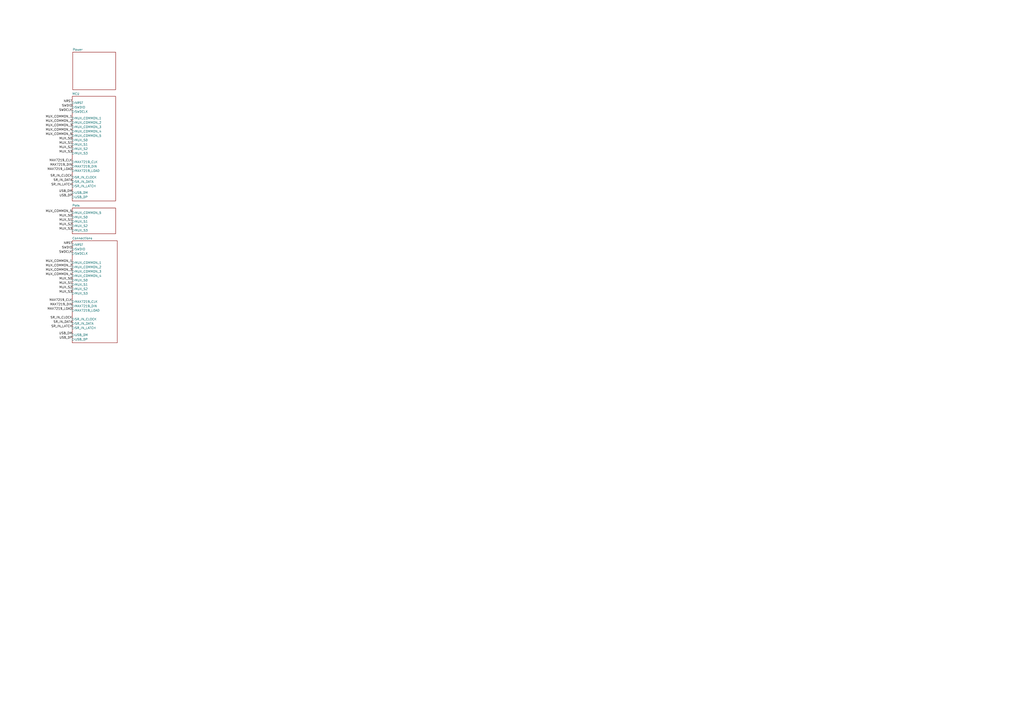
<source format=kicad_sch>
(kicad_sch
	(version 20250114)
	(generator "eeschema")
	(generator_version "9.0")
	(uuid "cc7cc33d-2f66-4a27-9eb5-3f2a56528b19")
	(paper "A2")
	(lib_symbols)
	(label "MUX_S0"
		(at 41.91 162.56 180)
		(effects
			(font
				(size 1.27 1.27)
			)
			(justify right bottom)
		)
		(uuid "00eae16a-6159-47d9-8be8-aed7122279b4")
	)
	(label "SR_IN_DATA"
		(at 41.91 105.41 180)
		(effects
			(font
				(size 1.27 1.27)
			)
			(justify right bottom)
		)
		(uuid "0556eb72-dcdf-4456-8e16-3043b9d721a2")
	)
	(label "MUX_COMMON_5"
		(at 41.91 78.74 180)
		(effects
			(font
				(size 1.27 1.27)
			)
			(justify right bottom)
		)
		(uuid "06c53d46-2d39-4539-982d-4101a4c69fdd")
	)
	(label "MUX_S2"
		(at 41.91 131.064 180)
		(effects
			(font
				(size 1.27 1.27)
			)
			(justify right bottom)
		)
		(uuid "0b8cb0f5-3f05-4575-9986-8a7c367531b5")
	)
	(label "MUX_COMMON_5"
		(at 41.91 123.444 180)
		(effects
			(font
				(size 1.27 1.27)
			)
			(justify right bottom)
		)
		(uuid "0fe1fcaf-f960-4aaa-bd47-e7ac6eacc073")
	)
	(label "MUX_S2"
		(at 41.91 167.64 180)
		(effects
			(font
				(size 1.27 1.27)
			)
			(justify right bottom)
		)
		(uuid "13d21b0c-507b-4330-8dd5-9db87f86255d")
	)
	(label "MUX_S0"
		(at 41.91 81.28 180)
		(effects
			(font
				(size 1.27 1.27)
			)
			(justify right bottom)
		)
		(uuid "15d9c029-9346-4256-8c1b-93d3edb29292")
	)
	(label "MAX7219_CLK"
		(at 41.91 93.98 180)
		(effects
			(font
				(size 1.27 1.27)
			)
			(justify right bottom)
		)
		(uuid "22976925-c840-4766-a007-575e07e29d9d")
	)
	(label "MUX_COMMON_1"
		(at 41.91 152.4 180)
		(effects
			(font
				(size 1.27 1.27)
			)
			(justify right bottom)
		)
		(uuid "2553011c-2cff-46bf-bdd6-30cf395caa56")
	)
	(label "MUX_S3"
		(at 41.91 88.9 180)
		(effects
			(font
				(size 1.27 1.27)
			)
			(justify right bottom)
		)
		(uuid "343f2339-2600-4185-9aa3-30f796da73a5")
	)
	(label "USB_DP"
		(at 41.91 114.3 180)
		(effects
			(font
				(size 1.27 1.27)
			)
			(justify right bottom)
		)
		(uuid "3b46fd26-44b5-40d8-af10-5aebe1511296")
	)
	(label "MUX_S1"
		(at 41.91 128.524 180)
		(effects
			(font
				(size 1.27 1.27)
			)
			(justify right bottom)
		)
		(uuid "3e98e441-ce13-4dde-bf30-8174c101d8ac")
	)
	(label "USB_DM"
		(at 41.91 194.31 180)
		(effects
			(font
				(size 1.27 1.27)
			)
			(justify right bottom)
		)
		(uuid "3ebe0ce9-290f-46c4-98c4-713285781101")
	)
	(label "MUX_S1"
		(at 41.91 165.1 180)
		(effects
			(font
				(size 1.27 1.27)
			)
			(justify right bottom)
		)
		(uuid "44c4f10a-c144-4832-a30f-ce265d015a03")
	)
	(label "MUX_COMMON_2"
		(at 41.91 71.12 180)
		(effects
			(font
				(size 1.27 1.27)
			)
			(justify right bottom)
		)
		(uuid "450a8bf6-b2f1-45a9-9222-e2628897f705")
	)
	(label "MUX_COMMON_4"
		(at 41.91 76.2 180)
		(effects
			(font
				(size 1.27 1.27)
			)
			(justify right bottom)
		)
		(uuid "4e710d5a-8f25-467f-bddb-49d1aaa18c6e")
	)
	(label "SR_IN_LATCH"
		(at 41.91 107.95 180)
		(effects
			(font
				(size 1.27 1.27)
			)
			(justify right bottom)
		)
		(uuid "56adbbf1-9036-470d-8d80-9930a91a6f8c")
	)
	(label "MUX_S1"
		(at 41.91 83.82 180)
		(effects
			(font
				(size 1.27 1.27)
			)
			(justify right bottom)
		)
		(uuid "612a2d64-fc97-4cd6-9b4d-6b2815c16524")
	)
	(label "NRST"
		(at 41.91 141.986 180)
		(effects
			(font
				(size 1.27 1.27)
			)
			(justify right bottom)
		)
		(uuid "62f2f8c1-de84-4aad-b9a3-e07065df10ab")
	)
	(label "MUX_COMMON_3"
		(at 41.91 157.48 180)
		(effects
			(font
				(size 1.27 1.27)
			)
			(justify right bottom)
		)
		(uuid "6584b726-4319-45a6-9dc9-f8807639012c")
	)
	(label "MUX_COMMON_2"
		(at 41.91 154.94 180)
		(effects
			(font
				(size 1.27 1.27)
			)
			(justify right bottom)
		)
		(uuid "65f0f779-ac14-43fb-8ebb-a8de43616a8a")
	)
	(label "SR_IN_DATA"
		(at 41.91 187.706 180)
		(effects
			(font
				(size 1.27 1.27)
			)
			(justify right bottom)
		)
		(uuid "6e55080e-06d4-4ec1-a784-b74c05617fb2")
	)
	(label "MUX_S3"
		(at 41.91 133.604 180)
		(effects
			(font
				(size 1.27 1.27)
			)
			(justify right bottom)
		)
		(uuid "7e770324-ee1e-4943-9819-6a9a9eee17c4")
	)
	(label "MUX_S2"
		(at 41.91 86.36 180)
		(effects
			(font
				(size 1.27 1.27)
			)
			(justify right bottom)
		)
		(uuid "92e336b0-3624-4dc1-a4e3-76d7ab9757e9")
	)
	(label "MUX_COMMON_3"
		(at 41.91 73.66 180)
		(effects
			(font
				(size 1.27 1.27)
			)
			(justify right bottom)
		)
		(uuid "9516d604-c647-4286-82e7-e4f1904dae2d")
	)
	(label "MAX7219_DIN"
		(at 41.91 96.52 180)
		(effects
			(font
				(size 1.27 1.27)
			)
			(justify right bottom)
		)
		(uuid "9c3657ec-9e59-41bf-bb74-498c7fc77878")
	)
	(label "SWDIO"
		(at 41.91 144.526 180)
		(effects
			(font
				(size 1.27 1.27)
			)
			(justify right bottom)
		)
		(uuid "9c62f544-bab8-4167-81bb-494eefc1855b")
	)
	(label "MAX7219_LOAD"
		(at 41.91 99.06 180)
		(effects
			(font
				(size 1.27 1.27)
			)
			(justify right bottom)
		)
		(uuid "a599f0ba-ed72-4e5e-84c7-2f1246e544a0")
	)
	(label "MUX_S0"
		(at 41.91 125.984 180)
		(effects
			(font
				(size 1.27 1.27)
			)
			(justify right bottom)
		)
		(uuid "a7b6bc1d-b513-4c75-b6d9-5ff8ff466dee")
	)
	(label "SWDIO"
		(at 41.91 62.23 180)
		(effects
			(font
				(size 1.27 1.27)
			)
			(justify right bottom)
		)
		(uuid "b806e25c-f95e-4314-8b2e-86c6b3407fa5")
	)
	(label "MUX_COMMON_4"
		(at 41.91 160.02 180)
		(effects
			(font
				(size 1.27 1.27)
			)
			(justify right bottom)
		)
		(uuid "bb5c1694-ec5c-40bb-949b-a31a07e1a5ef")
	)
	(label "SR_IN_CLOCK"
		(at 41.91 185.166 180)
		(effects
			(font
				(size 1.27 1.27)
			)
			(justify right bottom)
		)
		(uuid "beb0f01d-c91d-43b0-8d00-b9a789b0c600")
	)
	(label "USB_DP"
		(at 41.91 196.85 180)
		(effects
			(font
				(size 1.27 1.27)
			)
			(justify right bottom)
		)
		(uuid "c29e9d52-c702-4618-b448-677f39e0453d")
	)
	(label "MUX_S3"
		(at 41.91 170.18 180)
		(effects
			(font
				(size 1.27 1.27)
			)
			(justify right bottom)
		)
		(uuid "c3b81f5b-674a-4c1a-96c1-3622ecf1bde6")
	)
	(label "USB_DM"
		(at 41.91 111.76 180)
		(effects
			(font
				(size 1.27 1.27)
			)
			(justify right bottom)
		)
		(uuid "c81e9ff1-5f23-4ee7-9ef3-3d9c0ff9e4a6")
	)
	(label "MAX7219_CLK"
		(at 41.91 175.006 180)
		(effects
			(font
				(size 1.27 1.27)
			)
			(justify right bottom)
		)
		(uuid "cffed2aa-b713-4c96-bd6d-d89439b537c8")
	)
	(label "MAX7219_LOAD"
		(at 41.91 180.086 180)
		(effects
			(font
				(size 1.27 1.27)
			)
			(justify right bottom)
		)
		(uuid "d1332acf-f096-44fd-b747-2cba73d24e59")
	)
	(label "NRST"
		(at 41.91 59.69 180)
		(effects
			(font
				(size 1.27 1.27)
			)
			(justify right bottom)
		)
		(uuid "d7291727-13ca-457b-81cc-241da66353e9")
	)
	(label "MUX_COMMON_1"
		(at 41.91 68.58 180)
		(effects
			(font
				(size 1.27 1.27)
			)
			(justify right bottom)
		)
		(uuid "d7e9232f-8a6b-4a34-b5b6-d4b05e852120")
	)
	(label "SWDCLK"
		(at 41.91 64.77 180)
		(effects
			(font
				(size 1.27 1.27)
			)
			(justify right bottom)
		)
		(uuid "dbaae0b5-465e-4f81-a163-c078dad7d6a7")
	)
	(label "SR_IN_CLOCK"
		(at 41.91 102.87 180)
		(effects
			(font
				(size 1.27 1.27)
			)
			(justify right bottom)
		)
		(uuid "dfb7aa4f-0e0f-4a09-89df-93638fc7131f")
	)
	(label "MAX7219_DIN"
		(at 41.91 177.546 180)
		(effects
			(font
				(size 1.27 1.27)
			)
			(justify right bottom)
		)
		(uuid "f48d96e7-fa36-4e05-a46a-b63b3c6394da")
	)
	(label "SR_IN_LATCH"
		(at 41.91 190.246 180)
		(effects
			(font
				(size 1.27 1.27)
			)
			(justify right bottom)
		)
		(uuid "fc4ba37d-3834-4c91-805f-a2f076e73deb")
	)
	(label "SWDCLK"
		(at 41.91 147.066 180)
		(effects
			(font
				(size 1.27 1.27)
			)
			(justify right bottom)
		)
		(uuid "fd7b03eb-6dfb-4a56-8db3-b3b584b413bc")
	)
	(sheet
		(at 41.91 139.7)
		(size 26.162 59.182)
		(exclude_from_sim no)
		(in_bom yes)
		(on_board yes)
		(dnp no)
		(fields_autoplaced yes)
		(stroke
			(width 0.1524)
			(type solid)
		)
		(fill
			(color 0 0 0 0.0000)
		)
		(uuid "5065a8b0-4ee8-45a8-b4c8-f3893db7f0fa")
		(property "Sheetname" "Connections"
			(at 41.91 138.9884 0)
			(effects
				(font
					(size 1.27 1.27)
				)
				(justify left bottom)
			)
		)
		(property "Sheetfile" "Connections.kicad_sch"
			(at 41.91 199.4666 0)
			(effects
				(font
					(size 1.27 1.27)
				)
				(justify left top)
				(hide yes)
			)
		)
		(pin "NRST" input
			(at 41.91 141.986 180)
			(uuid "a1cf5187-6598-4997-829b-370af3ddc84c")
			(effects
				(font
					(size 1.27 1.27)
				)
				(justify left)
			)
		)
		(pin "SWDCLK" input
			(at 41.91 147.066 180)
			(uuid "81d147dd-df4a-49de-a232-1604841337d3")
			(effects
				(font
					(size 1.27 1.27)
				)
				(justify left)
			)
		)
		(pin "SWDIO" input
			(at 41.91 144.526 180)
			(uuid "492ecbc4-d530-4187-8c4f-33838a3d6832")
			(effects
				(font
					(size 1.27 1.27)
				)
				(justify left)
			)
		)
		(pin "MUX_COMMON_1" input
			(at 41.91 152.4 180)
			(uuid "310e0f49-6c68-4ec1-9d29-e963b67be596")
			(effects
				(font
					(size 1.27 1.27)
				)
				(justify left)
			)
		)
		(pin "MUX_COMMON_2" input
			(at 41.91 154.94 180)
			(uuid "1634a166-475d-4738-a180-952a0545d48b")
			(effects
				(font
					(size 1.27 1.27)
				)
				(justify left)
			)
		)
		(pin "MUX_COMMON_3" input
			(at 41.91 157.48 180)
			(uuid "91aa3887-5c6e-436d-aa64-1724dae11bf8")
			(effects
				(font
					(size 1.27 1.27)
				)
				(justify left)
			)
		)
		(pin "MUX_COMMON_4" input
			(at 41.91 160.02 180)
			(uuid "f238fab0-2134-4593-8806-1932f42a96a6")
			(effects
				(font
					(size 1.27 1.27)
				)
				(justify left)
			)
		)
		(pin "MUX_S0" input
			(at 41.91 162.56 180)
			(uuid "266c3f33-db79-4a70-b74d-732eba3ae1ec")
			(effects
				(font
					(size 1.27 1.27)
				)
				(justify left)
			)
		)
		(pin "MUX_S1" input
			(at 41.91 165.1 180)
			(uuid "159ec2ca-2dbb-4635-9fb6-01b13f41318b")
			(effects
				(font
					(size 1.27 1.27)
				)
				(justify left)
			)
		)
		(pin "MUX_S2" input
			(at 41.91 167.64 180)
			(uuid "e20e7046-2f3f-4f6d-9675-8818560e0c5a")
			(effects
				(font
					(size 1.27 1.27)
				)
				(justify left)
			)
		)
		(pin "MUX_S3" input
			(at 41.91 170.18 180)
			(uuid "5d0f665c-5683-4cc3-a24b-79d22e410d62")
			(effects
				(font
					(size 1.27 1.27)
				)
				(justify left)
			)
		)
		(pin "MAX7219_CLK" input
			(at 41.91 175.006 180)
			(uuid "a8ebc348-9133-4cfe-8933-19bafb7d086b")
			(effects
				(font
					(size 1.27 1.27)
				)
				(justify left)
			)
		)
		(pin "MAX7219_DIN" input
			(at 41.91 177.546 180)
			(uuid "af38a6fb-e8f5-4b5a-83a3-4cb2d1ab0afe")
			(effects
				(font
					(size 1.27 1.27)
				)
				(justify left)
			)
		)
		(pin "MAX7219_LOAD" input
			(at 41.91 180.086 180)
			(uuid "6345c350-3b6c-4ca3-84a9-573ab7049c90")
			(effects
				(font
					(size 1.27 1.27)
				)
				(justify left)
			)
		)
		(pin "SR_IN_CLOCK" input
			(at 41.91 185.166 180)
			(uuid "f7c0b68e-9cc9-4709-8da5-093c45fbb227")
			(effects
				(font
					(size 1.27 1.27)
				)
				(justify left)
			)
		)
		(pin "SR_IN_DATA" input
			(at 41.91 187.706 180)
			(uuid "de7d4a80-b327-4458-ab40-9c7a9de273a3")
			(effects
				(font
					(size 1.27 1.27)
				)
				(justify left)
			)
		)
		(pin "SR_IN_LATCH" input
			(at 41.91 190.246 180)
			(uuid "f3a0df6f-c607-405b-94ee-4eab779c6978")
			(effects
				(font
					(size 1.27 1.27)
				)
				(justify left)
			)
		)
		(pin "USB_DM" input
			(at 41.91 194.31 180)
			(uuid "013a63c9-cfb2-4a31-8202-60d7e3eecef8")
			(effects
				(font
					(size 1.27 1.27)
				)
				(justify left)
			)
		)
		(pin "USB_DP" input
			(at 41.91 196.85 180)
			(uuid "8e403f3b-19ed-4525-8efb-0513c0f81e31")
			(effects
				(font
					(size 1.27 1.27)
				)
				(justify left)
			)
		)
		(instances
			(project "MBO"
				(path "/cc7cc33d-2f66-4a27-9eb5-3f2a56528b19"
					(page "5")
				)
			)
		)
	)
	(sheet
		(at 41.91 55.88)
		(size 25.146 60.706)
		(exclude_from_sim no)
		(in_bom yes)
		(on_board yes)
		(dnp no)
		(fields_autoplaced yes)
		(stroke
			(width 0.1524)
			(type solid)
		)
		(fill
			(color 0 0 0 0.0000)
		)
		(uuid "ab68fcf2-c175-4dea-bc84-d23c7aa04106")
		(property "Sheetname" "MCU"
			(at 41.91 55.1684 0)
			(effects
				(font
					(size 1.27 1.27)
				)
				(justify left bottom)
			)
		)
		(property "Sheetfile" "MCU.kicad_sch"
			(at 41.91 117.1706 0)
			(effects
				(font
					(size 1.27 1.27)
				)
				(justify left top)
				(hide yes)
			)
		)
		(pin "SWDCLK" input
			(at 41.91 64.77 180)
			(uuid "f9243118-6fac-43a7-a48e-f44960d39ddf")
			(effects
				(font
					(size 1.27 1.27)
				)
				(justify left)
			)
		)
		(pin "SWDIO" input
			(at 41.91 62.23 180)
			(uuid "ca192b40-4d80-44d3-a920-391c4a19e7ad")
			(effects
				(font
					(size 1.27 1.27)
				)
				(justify left)
			)
		)
		(pin "NRST" input
			(at 41.91 59.69 180)
			(uuid "77739fb8-7809-4ee2-8965-c39ccdfd7365")
			(effects
				(font
					(size 1.27 1.27)
				)
				(justify left)
			)
		)
		(pin "MUX_COMMON_1" input
			(at 41.91 68.58 180)
			(uuid "8725fa27-a9f6-4b43-87e1-f10443a82dab")
			(effects
				(font
					(size 1.27 1.27)
				)
				(justify left)
			)
		)
		(pin "MUX_COMMON_2" input
			(at 41.91 71.12 180)
			(uuid "bce48f56-2423-4379-b746-7f2ec379642f")
			(effects
				(font
					(size 1.27 1.27)
				)
				(justify left)
			)
		)
		(pin "MUX_COMMON_3" input
			(at 41.91 73.66 180)
			(uuid "7aeba941-4ff6-40c5-afcf-a63255b8ffd0")
			(effects
				(font
					(size 1.27 1.27)
				)
				(justify left)
			)
		)
		(pin "MUX_COMMON_4" input
			(at 41.91 76.2 180)
			(uuid "9a732b28-ecbf-43e2-8e96-4becb6e6b215")
			(effects
				(font
					(size 1.27 1.27)
				)
				(justify left)
			)
		)
		(pin "MUX_COMMON_5" input
			(at 41.91 78.74 180)
			(uuid "bbb454e9-a071-4cf0-97f2-da249dd69fdf")
			(effects
				(font
					(size 1.27 1.27)
				)
				(justify left)
			)
		)
		(pin "MAX7219_CLK" input
			(at 41.91 93.98 180)
			(uuid "12291170-dd4d-4c67-8b11-6aac9197c7ef")
			(effects
				(font
					(size 1.27 1.27)
				)
				(justify left)
			)
		)
		(pin "MAX7219_DIN" input
			(at 41.91 96.52 180)
			(uuid "2844d4fc-dbde-44f9-8407-70ac90a0e555")
			(effects
				(font
					(size 1.27 1.27)
				)
				(justify left)
			)
		)
		(pin "SR_IN_CLOCK" input
			(at 41.91 102.87 180)
			(uuid "8a18c4f3-3f7f-43e6-9139-68f0221b5628")
			(effects
				(font
					(size 1.27 1.27)
				)
				(justify left)
			)
		)
		(pin "SR_IN_DATA" input
			(at 41.91 105.41 180)
			(uuid "058962fe-ca28-462b-9242-e9179fab3587")
			(effects
				(font
					(size 1.27 1.27)
				)
				(justify left)
			)
		)
		(pin "SR_IN_LATCH" input
			(at 41.91 107.95 180)
			(uuid "70412aa2-5ed9-4ac6-ac36-7a5d65803181")
			(effects
				(font
					(size 1.27 1.27)
				)
				(justify left)
			)
		)
		(pin "MAX7219_LOAD" input
			(at 41.91 99.06 180)
			(uuid "0dcb510f-d43f-4070-be24-8f2f1df7f18c")
			(effects
				(font
					(size 1.27 1.27)
				)
				(justify left)
			)
		)
		(pin "MUX_S0" input
			(at 41.91 81.28 180)
			(uuid "25d6e5d9-bfcc-4042-ab2c-98349e1a8cad")
			(effects
				(font
					(size 1.27 1.27)
				)
				(justify left)
			)
		)
		(pin "MUX_S1" input
			(at 41.91 83.82 180)
			(uuid "f99497c8-d117-4124-9bc5-226ff82dfd84")
			(effects
				(font
					(size 1.27 1.27)
				)
				(justify left)
			)
		)
		(pin "MUX_S2" input
			(at 41.91 86.36 180)
			(uuid "5ba6d1b3-3abf-4bff-9d3d-588cc17f0439")
			(effects
				(font
					(size 1.27 1.27)
				)
				(justify left)
			)
		)
		(pin "MUX_S3" input
			(at 41.91 88.9 180)
			(uuid "9eca9a56-e2a2-4c94-a3ac-72c45447da8b")
			(effects
				(font
					(size 1.27 1.27)
				)
				(justify left)
			)
		)
		(pin "USB_DM" input
			(at 41.91 111.76 180)
			(uuid "8610ce2a-dfc6-4893-b07b-394008498e96")
			(effects
				(font
					(size 1.27 1.27)
				)
				(justify left)
			)
		)
		(pin "USB_DP" input
			(at 41.91 114.3 180)
			(uuid "4dae98df-cf49-43d7-b3a7-db970a536ef5")
			(effects
				(font
					(size 1.27 1.27)
				)
				(justify left)
			)
		)
		(instances
			(project "MBO"
				(path "/cc7cc33d-2f66-4a27-9eb5-3f2a56528b19"
					(page "3")
				)
			)
		)
	)
	(sheet
		(at 42.164 30.226)
		(size 24.892 21.844)
		(exclude_from_sim no)
		(in_bom yes)
		(on_board yes)
		(dnp no)
		(fields_autoplaced yes)
		(stroke
			(width 0.1524)
			(type solid)
		)
		(fill
			(color 0 0 0 0.0000)
		)
		(uuid "faf2ecb5-23b7-44d9-8be0-c229de976279")
		(property "Sheetname" "Power"
			(at 42.164 29.5144 0)
			(effects
				(font
					(size 1.27 1.27)
				)
				(justify left bottom)
			)
		)
		(property "Sheetfile" "Power.kicad_sch"
			(at 42.164 52.6546 0)
			(effects
				(font
					(size 1.27 1.27)
				)
				(justify left top)
				(hide yes)
			)
		)
		(instances
			(project "MBO"
				(path "/cc7cc33d-2f66-4a27-9eb5-3f2a56528b19"
					(page "2")
				)
			)
		)
	)
	(sheet
		(at 41.91 120.65)
		(size 25.146 14.986)
		(exclude_from_sim no)
		(in_bom yes)
		(on_board yes)
		(dnp no)
		(fields_autoplaced yes)
		(stroke
			(width 0.1524)
			(type solid)
		)
		(fill
			(color 0 0 0 0.0000)
		)
		(uuid "fbeaec9f-6c7a-443a-9e6c-8297a609ac8e")
		(property "Sheetname" "Pots"
			(at 41.91 119.9384 0)
			(effects
				(font
					(size 1.27 1.27)
				)
				(justify left bottom)
			)
		)
		(property "Sheetfile" "Pots.kicad_sch"
			(at 41.91 136.2206 0)
			(effects
				(font
					(size 1.27 1.27)
				)
				(justify left top)
				(hide yes)
			)
		)
		(pin "MUX_COMMON_5" input
			(at 41.91 123.444 180)
			(uuid "a4306424-fe59-4b3c-8d96-d9a9dc505097")
			(effects
				(font
					(size 1.27 1.27)
				)
				(justify left)
			)
		)
		(pin "MUX_S0" input
			(at 41.91 125.984 180)
			(uuid "ebfb3e8c-4062-45e0-91ea-6071e4b3f2f8")
			(effects
				(font
					(size 1.27 1.27)
				)
				(justify left)
			)
		)
		(pin "MUX_S1" input
			(at 41.91 128.524 180)
			(uuid "7bde80d3-6101-41aa-91ab-8d53bf81642f")
			(effects
				(font
					(size 1.27 1.27)
				)
				(justify left)
			)
		)
		(pin "MUX_S2" input
			(at 41.91 131.064 180)
			(uuid "61677b3b-ca0f-429a-a6f7-bb5a46a79b1e")
			(effects
				(font
					(size 1.27 1.27)
				)
				(justify left)
			)
		)
		(pin "MUX_S3" input
			(at 41.91 133.604 180)
			(uuid "fa47f862-364e-4bc3-aa77-b1a721bfe9d5")
			(effects
				(font
					(size 1.27 1.27)
				)
				(justify left)
			)
		)
		(instances
			(project "MBO"
				(path "/cc7cc33d-2f66-4a27-9eb5-3f2a56528b19"
					(page "4")
				)
			)
		)
	)
	(sheet_instances
		(path "/"
			(page "1")
		)
	)
	(embedded_fonts no)
)

</source>
